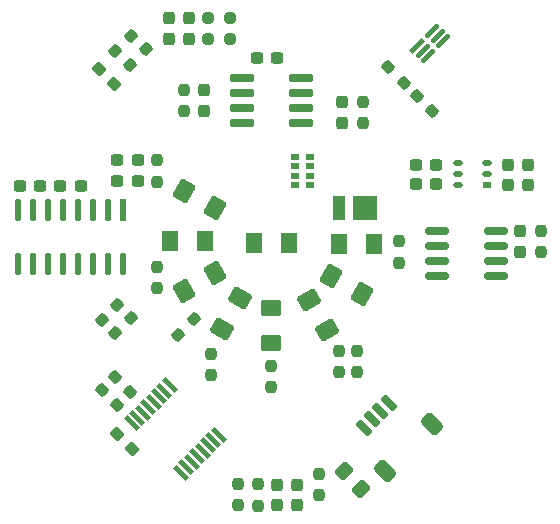
<source format=gbr>
%TF.GenerationSoftware,KiCad,Pcbnew,(6.0.4-0)*%
%TF.CreationDate,2022-11-04T09:41:37+01:00*%
%TF.ProjectId,RoundScanner,526f756e-6453-4636-916e-6e65722e6b69,2*%
%TF.SameCoordinates,Original*%
%TF.FileFunction,Paste,Top*%
%TF.FilePolarity,Positive*%
%FSLAX46Y46*%
G04 Gerber Fmt 4.6, Leading zero omitted, Abs format (unit mm)*
G04 Created by KiCad (PCBNEW (6.0.4-0)) date 2022-11-04 09:41:37*
%MOMM*%
%LPD*%
G01*
G04 APERTURE LIST*
G04 Aperture macros list*
%AMRoundRect*
0 Rectangle with rounded corners*
0 $1 Rounding radius*
0 $2 $3 $4 $5 $6 $7 $8 $9 X,Y pos of 4 corners*
0 Add a 4 corners polygon primitive as box body*
4,1,4,$2,$3,$4,$5,$6,$7,$8,$9,$2,$3,0*
0 Add four circle primitives for the rounded corners*
1,1,$1+$1,$2,$3*
1,1,$1+$1,$4,$5*
1,1,$1+$1,$6,$7*
1,1,$1+$1,$8,$9*
0 Add four rect primitives between the rounded corners*
20,1,$1+$1,$2,$3,$4,$5,0*
20,1,$1+$1,$4,$5,$6,$7,0*
20,1,$1+$1,$6,$7,$8,$9,0*
20,1,$1+$1,$8,$9,$2,$3,0*%
%AMRotRect*
0 Rectangle, with rotation*
0 The origin of the aperture is its center*
0 $1 length*
0 $2 width*
0 $3 Rotation angle, in degrees counterclockwise*
0 Add horizontal line*
21,1,$1,$2,0,0,$3*%
G04 Aperture macros list end*
%ADD10RoundRect,0.250001X0.713035X0.310016X-0.088036X0.772515X-0.713035X-0.310016X0.088036X-0.772515X0*%
%ADD11RoundRect,0.237500X0.300000X0.237500X-0.300000X0.237500X-0.300000X-0.237500X0.300000X-0.237500X0*%
%ADD12RoundRect,0.237500X0.237500X-0.250000X0.237500X0.250000X-0.237500X0.250000X-0.237500X-0.250000X0*%
%ADD13RoundRect,0.237500X-0.237500X0.250000X-0.237500X-0.250000X0.237500X-0.250000X0.237500X0.250000X0*%
%ADD14RoundRect,0.237500X-0.237500X0.300000X-0.237500X-0.300000X0.237500X-0.300000X0.237500X0.300000X0*%
%ADD15RoundRect,0.237500X0.237500X-0.300000X0.237500X0.300000X-0.237500X0.300000X-0.237500X-0.300000X0*%
%ADD16RotRect,1.510292X0.412132X45.000000*%
%ADD17RoundRect,0.206066X-0.388258X-0.388258X0.388258X0.388258X0.388258X0.388258X-0.388258X-0.388258X0*%
%ADD18RoundRect,0.237500X0.250000X0.237500X-0.250000X0.237500X-0.250000X-0.237500X0.250000X-0.237500X0*%
%ADD19RoundRect,0.237500X-0.300000X-0.237500X0.300000X-0.237500X0.300000X0.237500X-0.300000X0.237500X0*%
%ADD20RoundRect,0.237500X0.344715X-0.008839X-0.008839X0.344715X-0.344715X0.008839X0.008839X-0.344715X0*%
%ADD21RoundRect,0.237500X0.008839X0.344715X-0.344715X-0.008839X-0.008839X-0.344715X0.344715X0.008839X0*%
%ADD22RoundRect,0.250001X-0.713035X-0.310016X0.088036X-0.772515X0.713035X0.310016X-0.088036X0.772515X0*%
%ADD23RoundRect,0.250001X0.310016X-0.713035X0.772515X0.088036X-0.310016X0.713035X-0.772515X-0.088036X0*%
%ADD24RoundRect,0.250001X0.462499X0.624999X-0.462499X0.624999X-0.462499X-0.624999X0.462499X-0.624999X0*%
%ADD25R,0.543390X1.874066*%
%ADD26RoundRect,0.271695X0.000000X0.665338X0.000000X-0.665338X0.000000X-0.665338X0.000000X0.665338X0*%
%ADD27RoundRect,0.250001X-0.088036X-0.772515X0.713035X-0.310016X0.088036X0.772515X-0.713035X0.310016X0*%
%ADD28RoundRect,0.237500X-0.344715X0.008839X0.008839X-0.344715X0.344715X-0.008839X-0.008839X0.344715X0*%
%ADD29RoundRect,0.042000X0.943000X0.258000X-0.943000X0.258000X-0.943000X-0.258000X0.943000X-0.258000X0*%
%ADD30RoundRect,0.250001X-0.462499X-0.624999X0.462499X-0.624999X0.462499X0.624999X-0.462499X0.624999X0*%
%ADD31RoundRect,0.237500X-0.380070X0.044194X0.044194X-0.380070X0.380070X-0.044194X-0.044194X0.380070X0*%
%ADD32RoundRect,0.150000X-0.825000X-0.150000X0.825000X-0.150000X0.825000X0.150000X-0.825000X0.150000X0*%
%ADD33R,2.100000X2.100000*%
%ADD34R,1.000000X2.100000*%
%ADD35RotRect,0.450000X1.475000X225.000000*%
%ADD36R,0.800000X0.550000*%
%ADD37O,0.800000X0.550000*%
%ADD38RoundRect,0.250001X0.772515X-0.088036X0.310016X0.713035X-0.772515X0.088036X-0.310016X-0.713035X0*%
%ADD39R,0.690000X0.590000*%
%ADD40RoundRect,0.250000X0.548008X0.088388X0.088388X0.548008X-0.548008X-0.088388X-0.088388X-0.548008X0*%
%ADD41RoundRect,0.237500X-0.008839X-0.344715X0.344715X0.008839X0.008839X0.344715X-0.344715X-0.008839X0*%
%ADD42RoundRect,0.150000X0.335876X-0.548008X0.548008X-0.335876X-0.335876X0.548008X-0.548008X0.335876X0*%
%ADD43RoundRect,0.250000X0.212132X-0.707107X0.707107X-0.212132X-0.212132X0.707107X-0.707107X0.212132X0*%
%ADD44RoundRect,0.250001X0.624999X-0.462499X0.624999X0.462499X-0.624999X0.462499X-0.624999X-0.462499X0*%
G04 APERTURE END LIST*
D10*
%TO.C,D8*%
X96919213Y-111868750D03*
X94342787Y-110381250D03*
%TD*%
D11*
%TO.C,C7*%
X77951500Y-100584000D03*
X76226500Y-100584000D03*
%TD*%
D12*
%TO.C,R29*%
X96520000Y-118514500D03*
X96520000Y-116689500D03*
%TD*%
D13*
%TO.C,R1*%
X97028000Y-95607500D03*
X97028000Y-97432500D03*
%TD*%
D14*
%TO.C,C3*%
X83566000Y-94641500D03*
X83566000Y-96366500D03*
%TD*%
D15*
%TO.C,C5*%
X80645000Y-90270500D03*
X80645000Y-88545500D03*
%TD*%
D16*
%TO.C,Q1*%
X101646335Y-90855427D03*
D17*
X102105954Y-91315046D03*
X102565573Y-91774665D03*
X103839665Y-90500573D03*
X103380046Y-90040954D03*
X102920427Y-89581335D03*
%TD*%
D13*
%TO.C,R16*%
X93345000Y-127103500D03*
X93345000Y-128928500D03*
%TD*%
D18*
%TO.C,R4*%
X85748500Y-88519000D03*
X83923500Y-88519000D03*
%TD*%
D19*
%TO.C,C20*%
X101499501Y-102616002D03*
X103224501Y-102616002D03*
%TD*%
D20*
%TO.C,R7*%
X100467235Y-93990235D03*
X99176765Y-92699765D03*
%TD*%
D21*
%TO.C,R6*%
X78623235Y-91175765D03*
X77332765Y-92466235D03*
%TD*%
D14*
%TO.C,C2*%
X95250000Y-95657500D03*
X95250000Y-97382500D03*
%TD*%
%TO.C,C14*%
X110988500Y-100928000D03*
X110988500Y-102653000D03*
%TD*%
D22*
%TO.C,D10*%
X81896787Y-103142250D03*
X84473213Y-104629750D03*
%TD*%
D23*
%TO.C,D5*%
X85108250Y-114826213D03*
X86595750Y-112249787D03*
%TD*%
D15*
%TO.C,C16*%
X91440000Y-129767500D03*
X91440000Y-128042500D03*
%TD*%
D24*
%TO.C,D9*%
X98007500Y-107696000D03*
X95032500Y-107696000D03*
%TD*%
D14*
%TO.C,C17*%
X89789000Y-128042500D03*
X89789000Y-129767500D03*
%TD*%
D12*
%TO.C,R20*%
X112141000Y-108354500D03*
X112141000Y-106529500D03*
%TD*%
D25*
%TO.C,U2*%
X76708000Y-104744933D03*
D26*
X75438000Y-104744933D03*
X74168000Y-104744933D03*
X72898000Y-104744933D03*
X71628000Y-104744933D03*
X70358000Y-104744933D03*
X69088000Y-104744933D03*
X67818000Y-104744933D03*
X67818000Y-109377067D03*
X69088000Y-109377067D03*
X70358000Y-109377067D03*
X71628000Y-109377067D03*
X72898000Y-109377067D03*
X74168000Y-109377067D03*
X75438000Y-109377067D03*
X76708000Y-109377067D03*
%TD*%
D12*
%TO.C,R2*%
X81915000Y-96416500D03*
X81915000Y-94591500D03*
%TD*%
D27*
%TO.C,D4*%
X81896787Y-111614750D03*
X84473213Y-110127250D03*
%TD*%
D13*
%TO.C,R12*%
X88138000Y-127992500D03*
X88138000Y-129817500D03*
%TD*%
D28*
%TO.C,R22*%
X76017636Y-118900058D03*
X77308106Y-120190528D03*
%TD*%
D11*
%TO.C,C6*%
X77951500Y-102362000D03*
X76226500Y-102362000D03*
%TD*%
D12*
%TO.C,R28*%
X94996000Y-118514500D03*
X94996000Y-116689500D03*
%TD*%
D28*
%TO.C,R8*%
X101589765Y-95112765D03*
X102880235Y-96403235D03*
%TD*%
D12*
%TO.C,R26*%
X84201000Y-118768500D03*
X84201000Y-116943500D03*
%TD*%
D14*
%TO.C,C13*%
X110363000Y-106579500D03*
X110363000Y-108304500D03*
%TD*%
D19*
%TO.C,C10*%
X67971500Y-102743000D03*
X69696500Y-102743000D03*
%TD*%
D14*
%TO.C,C15*%
X109337501Y-100928000D03*
X109337501Y-102653000D03*
%TD*%
D13*
%TO.C,R31*%
X79629000Y-100560500D03*
X79629000Y-102385500D03*
%TD*%
D29*
%TO.C,U1*%
X91751000Y-97409000D03*
X91751000Y-96139000D03*
X91751000Y-94869000D03*
X91751000Y-93599000D03*
X86811000Y-93599000D03*
X86811000Y-94869000D03*
X86811000Y-96139000D03*
X86811000Y-97409000D03*
%TD*%
D12*
%TO.C,R11*%
X86487000Y-129794000D03*
X86487000Y-127969000D03*
%TD*%
D30*
%TO.C,D1*%
X87793500Y-107569000D03*
X90768500Y-107569000D03*
%TD*%
D31*
%TO.C,C8*%
X74701120Y-92862120D03*
X75920880Y-94081880D03*
%TD*%
D32*
%TO.C,U3*%
X103316000Y-106553000D03*
X103316000Y-107823000D03*
X103316000Y-109093000D03*
X103316000Y-110363000D03*
X108266000Y-110363000D03*
X108266000Y-109093000D03*
X108266000Y-107823000D03*
X108266000Y-106553000D03*
%TD*%
D19*
%TO.C,C9*%
X71400500Y-102743000D03*
X73125500Y-102743000D03*
%TD*%
D33*
%TO.C,D3*%
X97203000Y-104648000D03*
D34*
X95033000Y-104648000D03*
%TD*%
D12*
%TO.C,R27*%
X89281000Y-119784500D03*
X89281000Y-117959500D03*
%TD*%
D30*
%TO.C,D11*%
X80681500Y-107442000D03*
X83656500Y-107442000D03*
%TD*%
D11*
%TO.C,C1*%
X89762500Y-91948000D03*
X88037500Y-91948000D03*
%TD*%
D35*
%TO.C,U5*%
X81621812Y-127003148D03*
X82081431Y-126543528D03*
X82541051Y-126083909D03*
X83000670Y-125624289D03*
X83460289Y-125164670D03*
X83919909Y-124705051D03*
X84379528Y-124245431D03*
X84839148Y-123785812D03*
X80684188Y-119630852D03*
X80224569Y-120090472D03*
X79764949Y-120550091D03*
X79305330Y-121009711D03*
X78845711Y-121469330D03*
X78386091Y-121928949D03*
X77926472Y-122388569D03*
X77466852Y-122848188D03*
%TD*%
D31*
%TO.C,C18*%
X76232596Y-123784752D03*
X77452356Y-125004512D03*
%TD*%
D36*
%TO.C,U7*%
X107499000Y-102677001D03*
D37*
X107499000Y-101727000D03*
X107499000Y-100776999D03*
X105099000Y-100776999D03*
X105099000Y-101727000D03*
X105099000Y-102677001D03*
%TD*%
D14*
%TO.C,C4*%
X82296001Y-88545500D03*
X82296001Y-90270500D03*
%TD*%
D38*
%TO.C,D7*%
X93961750Y-114953213D03*
X92474250Y-112376787D03*
%TD*%
D12*
%TO.C,R30*%
X100076000Y-109243500D03*
X100076000Y-107418500D03*
%TD*%
D39*
%TO.C,U6*%
X92588000Y-102673000D03*
X92588000Y-101873000D03*
X92588000Y-101073000D03*
X92588000Y-100273000D03*
X91308000Y-100273000D03*
X91308000Y-101073000D03*
X91308000Y-101873000D03*
X91308000Y-102673000D03*
%TD*%
D40*
%TO.C,D2*%
X96863784Y-128359784D03*
X95414216Y-126910216D03*
%TD*%
D21*
%TO.C,R21*%
X77353235Y-113925141D03*
X76062765Y-115215611D03*
%TD*%
D18*
%TO.C,R3*%
X85748500Y-90297000D03*
X83923500Y-90297000D03*
%TD*%
D21*
%TO.C,R5*%
X77353235Y-90032765D03*
X76062765Y-91323235D03*
%TD*%
D41*
%TO.C,R24*%
X74919765Y-114072611D03*
X76210235Y-112782141D03*
%TD*%
D42*
%TO.C,J2*%
X97093126Y-123217447D03*
X97800233Y-122510340D03*
X98507340Y-121803233D03*
X99214447Y-121096126D03*
D43*
X98913926Y-126876724D03*
X102873724Y-122916926D03*
%TD*%
D41*
%TO.C,R25*%
X81396765Y-115326235D03*
X82687235Y-114035765D03*
%TD*%
D19*
%TO.C,C19*%
X101499501Y-100965001D03*
X103224501Y-100965001D03*
%TD*%
D28*
%TO.C,R23*%
X74940005Y-119977689D03*
X76230475Y-121268159D03*
%TD*%
D44*
%TO.C,D6*%
X89281000Y-116041500D03*
X89281000Y-113066500D03*
%TD*%
D12*
%TO.C,R32*%
X79629000Y-111402500D03*
X79629000Y-109577500D03*
%TD*%
M02*

</source>
